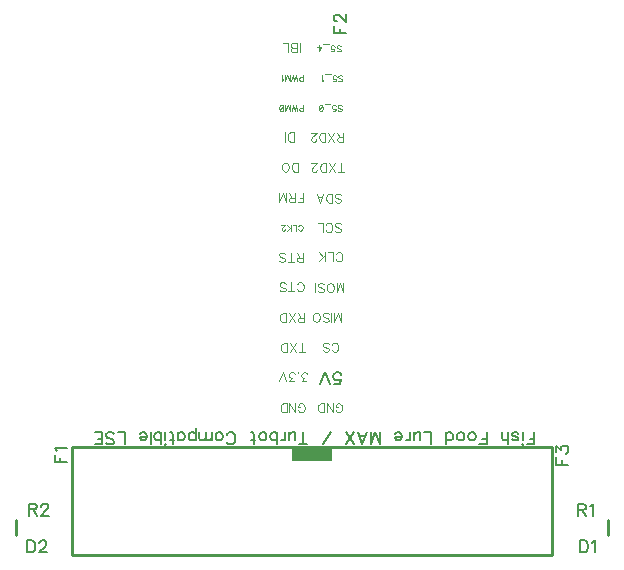
<source format=gbr>
G04 DipTrace 3.0.0.2*
G04 TopSilk.gbr*
%MOIN*%
G04 #@! TF.FileFunction,Legend,Top*
G04 #@! TF.Part,Single*
%ADD10C,0.01*%
%ADD42C,0.006176*%
%ADD43C,0.004632*%
%ADD44C,0.003088*%
%FSLAX26Y26*%
G04*
G70*
G90*
G75*
G01*
G04 TopSilk*
%LPD*%
X2403142Y519259D2*
D10*
Y468117D1*
X431504D2*
Y519259D1*
G36*
X1483586Y715213D2*
X1351616D1*
Y756270D1*
X1483586D1*
Y715213D1*
G37*
X2218229Y402087D2*
D10*
X616654D1*
Y760355D1*
X2218229D1*
Y402087D1*
X2309884Y450593D2*
D42*
Y410401D1*
X2323282D1*
X2329030Y412347D1*
X2332877Y416149D1*
X2334778Y419996D1*
X2336679Y425700D1*
Y435295D1*
X2334778Y441043D1*
X2332877Y444845D1*
X2329030Y448692D1*
X2323282Y450593D1*
X2309884D1*
X2349030Y442900D2*
X2352877Y444845D1*
X2358625Y450549D1*
Y410401D1*
X467421Y450593D2*
Y410401D1*
X480818D1*
X486566Y412347D1*
X490413Y416149D1*
X492314Y419996D1*
X494216Y425700D1*
Y435295D1*
X492314Y441043D1*
X490413Y444845D1*
X486566Y448692D1*
X480818Y450593D1*
X467421D1*
X508512Y440999D2*
Y442900D1*
X510414Y446747D1*
X512315Y448648D1*
X516162Y450549D1*
X523811D1*
X527614Y448648D1*
X529515Y446747D1*
X531460Y442900D1*
Y439097D1*
X529515Y435251D1*
X525712Y429547D1*
X506567Y410401D1*
X533362D1*
X558712Y735857D2*
Y710964D1*
X598904D1*
X577857D2*
Y726262D1*
X566405Y748208D2*
X564460Y752055D1*
X558756Y757803D1*
X598904D1*
X1489945Y2165840D2*
Y2140946D1*
X1530137D1*
X1509090D2*
X1509091Y2156245D1*
X1499540Y2180137D2*
X1497639D1*
X1493792Y2182038D1*
X1491891Y2183939D1*
X1489989Y2187786D1*
Y2195435D1*
X1491891Y2199238D1*
X1493792Y2201139D1*
X1497639Y2203085D1*
X1501441D1*
X1505288Y2201139D1*
X1510992Y2197337D1*
X1530137Y2178191D1*
Y2204986D1*
X2230923Y727257D2*
Y702364D1*
X2271115D1*
X2250068D2*
Y717662D1*
X2230967Y743455D2*
Y764458D1*
X2246266Y753006D1*
Y758754D1*
X2248167Y762556D1*
X2250068Y764458D1*
X2255817Y766403D1*
X2259619D1*
X2265367Y764458D1*
X2269214Y760655D1*
X2271115Y754907D1*
Y749159D1*
X2269214Y743455D1*
X2267268Y741554D1*
X2263466Y739609D1*
X2303714Y552721D2*
X2320914D1*
X2326662Y554666D1*
X2328607Y556568D1*
X2330508Y560370D1*
Y564217D1*
X2328607Y568020D1*
X2326662Y569965D1*
X2320914Y571866D1*
X2303714D1*
Y531674D1*
X2317111Y552721D2*
X2330508Y531674D1*
X2342860Y564173D2*
X2346707Y566118D1*
X2352455Y571822D1*
Y531674D1*
X473460Y553771D2*
X490660D1*
X496408Y555716D1*
X498354Y557618D1*
X500255Y561420D1*
Y565267D1*
X498354Y569069D1*
X496408Y571015D1*
X490660Y572916D1*
X473460D1*
Y532724D1*
X486858Y553771D2*
X500255Y532724D1*
X514552Y563321D2*
Y565223D1*
X516453Y569069D1*
X518354Y570971D1*
X522201Y572872D1*
X529850D1*
X533653Y570971D1*
X535554Y569069D1*
X537500Y565223D1*
Y561420D1*
X535554Y557573D1*
X531752Y551870D1*
X512606Y532724D1*
X539401D1*
X2133436Y770235D2*
X2158330D1*
Y810427D1*
Y789381D2*
X2143031D1*
X2121085Y770235D2*
X2119184Y772136D1*
X2117238Y770235D1*
X2119184Y768290D1*
X2121085Y770235D1*
X2119184Y783633D2*
Y810427D1*
X2083840Y789381D2*
X2085741Y785534D1*
X2091489Y783633D1*
X2097237D1*
X2102985Y785534D1*
X2104887Y789381D1*
X2102985Y793183D1*
X2099139Y795129D1*
X2089588Y797030D1*
X2085741Y798931D1*
X2083840Y802778D1*
Y804679D1*
X2085741Y808482D1*
X2091489Y810427D1*
X2097237D1*
X2102985Y808482D1*
X2104887Y804679D1*
X2071489Y770235D2*
Y810427D1*
Y791282D2*
X2065741Y785534D1*
X2061894Y783633D1*
X2056146D1*
X2052343Y785534D1*
X2050442Y791282D1*
Y810427D1*
X1974316Y770235D2*
X1999210D1*
Y810427D1*
Y789381D2*
X1983911D1*
X1952415Y783633D2*
X1956217Y785534D1*
X1960064Y789381D1*
X1961965Y795129D1*
Y798931D1*
X1960064Y804679D1*
X1956217Y808482D1*
X1952415Y810427D1*
X1946666D1*
X1942820Y808482D1*
X1939017Y804679D1*
X1937072Y798931D1*
Y795129D1*
X1939017Y789381D1*
X1942820Y785534D1*
X1946666Y783633D1*
X1952415D1*
X1915170D2*
X1918972Y785534D1*
X1922819Y789381D1*
X1924720Y795129D1*
Y798931D1*
X1922819Y804679D1*
X1918972Y808482D1*
X1915170Y810427D1*
X1909422D1*
X1905575Y808482D1*
X1901772Y804679D1*
X1899827Y798931D1*
Y795129D1*
X1901772Y789381D1*
X1905575Y785534D1*
X1909422Y783633D1*
X1915170D1*
X1864528Y770235D2*
Y810427D1*
Y789381D2*
X1868330Y785534D1*
X1872177Y783632D1*
X1877925D1*
X1881727Y785534D1*
X1885574Y789381D1*
X1887476Y795129D1*
Y798931D1*
X1885574Y804679D1*
X1881727Y808482D1*
X1877925Y810427D1*
X1872177D1*
X1868330Y808482D1*
X1864528Y804679D1*
X1813295Y770235D2*
Y810427D1*
X1790348D1*
X1777996Y783632D2*
Y802778D1*
X1776095Y808482D1*
X1772248Y810427D1*
X1766500D1*
X1762698Y808482D1*
X1756949Y802778D1*
Y783632D2*
Y810427D1*
X1744598Y783632D2*
Y810427D1*
Y795129D2*
X1742653Y789381D1*
X1738850Y785534D1*
X1735003Y783632D1*
X1729255D1*
X1716904Y795129D2*
X1693956D1*
Y791282D1*
X1695857Y787435D1*
X1697758Y785534D1*
X1701605Y783632D1*
X1707353D1*
X1711156Y785534D1*
X1715003Y789381D1*
X1716904Y795129D1*
Y798931D1*
X1715003Y804679D1*
X1711156Y808482D1*
X1707353Y810427D1*
X1701605D1*
X1697758Y808482D1*
X1693956Y804679D1*
X1612127Y810427D2*
Y770235D1*
X1627425Y810427D1*
X1642724Y770235D1*
Y810427D1*
X1569134D2*
X1584477Y770235D1*
X1599775Y810427D1*
X1594027Y797030D2*
X1574882D1*
X1556782Y770235D2*
X1529988Y810427D1*
Y770235D2*
X1556782Y810427D1*
X1478756D2*
X1451961Y770279D1*
X1387331Y770235D2*
Y810427D1*
X1400729Y770235D2*
X1373934D1*
X1361583Y783632D2*
Y802778D1*
X1359681Y808482D1*
X1355835Y810427D1*
X1350087D1*
X1346284Y808482D1*
X1340536Y802778D1*
Y783632D2*
Y810427D1*
X1328185Y783632D2*
Y810427D1*
Y795129D2*
X1326239Y789381D1*
X1322437Y785534D1*
X1318590Y783632D1*
X1312842D1*
X1300490Y770235D2*
Y810427D1*
Y789381D2*
X1296644Y785534D1*
X1292841Y783632D1*
X1287093D1*
X1283290Y785534D1*
X1279444Y789381D1*
X1277542Y795129D1*
Y798931D1*
X1279444Y804679D1*
X1283290Y808482D1*
X1287093Y810427D1*
X1292841D1*
X1296644Y808482D1*
X1300490Y804679D1*
X1255640Y783632D2*
X1259443Y785534D1*
X1263290Y789381D1*
X1265191Y795129D1*
Y798931D1*
X1263290Y804679D1*
X1259443Y808482D1*
X1255640Y810427D1*
X1249892D1*
X1246046Y808482D1*
X1242243Y804679D1*
X1240298Y798931D1*
Y795129D1*
X1242243Y789381D1*
X1246046Y785534D1*
X1249892Y783632D1*
X1255640D1*
X1222198Y770235D2*
Y802778D1*
X1220297Y808482D1*
X1216450Y810427D1*
X1212648D1*
X1227946Y783632D2*
X1214549D1*
X1132720Y779786D2*
X1134621Y775983D1*
X1138468Y772136D1*
X1142270Y770235D1*
X1149919D1*
X1153766Y772136D1*
X1157569Y775983D1*
X1159514Y779786D1*
X1161415Y785534D1*
Y795129D1*
X1159514Y800832D1*
X1157569Y804679D1*
X1153766Y808482D1*
X1149919Y810427D1*
X1142270D1*
X1138468Y808482D1*
X1134621Y804679D1*
X1132720Y800832D1*
X1110818Y783632D2*
X1114620Y785534D1*
X1118467Y789381D1*
X1120368Y795129D1*
Y798931D1*
X1118467Y804679D1*
X1114620Y808482D1*
X1110818Y810427D1*
X1105070D1*
X1101223Y808482D1*
X1097420Y804679D1*
X1095475Y798931D1*
Y795129D1*
X1097420Y789381D1*
X1101223Y785534D1*
X1105070Y783632D1*
X1110818D1*
X1083123D2*
Y810427D1*
Y791282D2*
X1077375Y785534D1*
X1073529Y783632D1*
X1067825D1*
X1063978Y785534D1*
X1062077Y791282D1*
Y810427D1*
Y791282D2*
X1056329Y785534D1*
X1052482Y783632D1*
X1046778D1*
X1042931Y785534D1*
X1040986Y791282D1*
Y810427D1*
X1028634Y783632D2*
Y823824D1*
Y789381D2*
X1024788Y785578D1*
X1020985Y783632D1*
X1015237D1*
X1011390Y785578D1*
X1007588Y789381D1*
X1005642Y795129D1*
Y798975D1*
X1007588Y804679D1*
X1011390Y808526D1*
X1015237Y810427D1*
X1020985D1*
X1024788Y808526D1*
X1028634Y804679D1*
X970343Y783632D2*
Y810427D1*
Y789381D2*
X974146Y785534D1*
X977992Y783632D1*
X983696D1*
X987543Y785534D1*
X991345Y789381D1*
X993291Y795129D1*
Y798931D1*
X991345Y804679D1*
X987543Y808482D1*
X983696Y810427D1*
X977992D1*
X974146Y808482D1*
X970343Y804679D1*
X952244Y770235D2*
Y802778D1*
X950342Y808482D1*
X946496Y810427D1*
X942693D1*
X957992Y783632D2*
X944594D1*
X930342Y770235D2*
X928440Y772136D1*
X926495Y770235D1*
X928440Y768290D1*
X930342Y770235D1*
X928440Y783632D2*
Y810427D1*
X914143Y770235D2*
Y810427D1*
Y789381D2*
X910297Y785534D1*
X906494Y783632D1*
X900746D1*
X896944Y785534D1*
X893097Y789381D1*
X891196Y795129D1*
Y798931D1*
X893097Y804679D1*
X896944Y808482D1*
X900746Y810427D1*
X906494D1*
X910297Y808482D1*
X914143Y804679D1*
X878844Y770235D2*
Y810427D1*
X866493Y795129D2*
X843545D1*
Y791282D1*
X845446Y787435D1*
X847347Y785534D1*
X851194Y783632D1*
X856942D1*
X860745Y785534D1*
X864591Y789381D1*
X866493Y795129D1*
Y798931D1*
X864591Y804679D1*
X860745Y808482D1*
X856942Y810427D1*
X851194D1*
X847347Y808482D1*
X843545Y804679D1*
X792313Y770235D2*
Y810427D1*
X769365D1*
X730219Y775983D2*
X734021Y772136D1*
X739769Y770235D1*
X747419D1*
X753167Y772136D1*
X757013Y775983D1*
Y779786D1*
X755068Y783632D1*
X753167Y785534D1*
X749364Y787435D1*
X737868Y791282D1*
X734021Y793183D1*
X732120Y795129D1*
X730219Y798931D1*
Y804679D1*
X734021Y808482D1*
X739769Y810427D1*
X747419D1*
X753167Y808482D1*
X757013Y804679D1*
X693018Y770235D2*
X717867D1*
Y810427D1*
X693018D1*
X717867Y789381D2*
X702569D1*
X1483102Y1086486D2*
D43*
X1484528Y1083634D1*
X1487413Y1080749D1*
X1490265Y1079323D1*
X1496002D1*
X1498887Y1080749D1*
X1501739Y1083634D1*
X1503198Y1086486D1*
X1504624Y1090797D1*
Y1097993D1*
X1503198Y1102271D1*
X1501739Y1105156D1*
X1498887Y1108008D1*
X1496002Y1109467D1*
X1490265D1*
X1487413Y1108008D1*
X1484528Y1105156D1*
X1483102Y1102271D1*
X1453743Y1083634D2*
X1456595Y1080749D1*
X1460906Y1079323D1*
X1466643D1*
X1470954Y1080749D1*
X1473839Y1083634D1*
Y1086486D1*
X1472380Y1089371D1*
X1470954Y1090797D1*
X1468102Y1092223D1*
X1459480Y1095108D1*
X1456595Y1096534D1*
X1455169Y1097993D1*
X1453743Y1100845D1*
Y1105156D1*
X1456595Y1108008D1*
X1460906Y1109467D1*
X1466643D1*
X1470954Y1108008D1*
X1473839Y1105156D1*
X1491119Y1208932D2*
Y1178788D1*
X1502593Y1208932D1*
X1514067Y1178788D1*
Y1208932D1*
X1481856Y1178788D2*
Y1208932D1*
X1452496Y1183099D2*
X1455348Y1180214D1*
X1459659Y1178788D1*
X1465396D1*
X1469707Y1180214D1*
X1472592Y1183099D1*
Y1185951D1*
X1471133Y1188836D1*
X1469707Y1190262D1*
X1466855Y1191688D1*
X1458233Y1194573D1*
X1455348Y1195999D1*
X1453922Y1197458D1*
X1452496Y1200310D1*
Y1204621D1*
X1455348Y1207473D1*
X1459659Y1208932D1*
X1465396D1*
X1469707Y1207473D1*
X1472592Y1204621D1*
X1434611Y1178788D2*
X1437496Y1180214D1*
X1440348Y1183099D1*
X1441807Y1185951D1*
X1443233Y1190262D1*
Y1197458D1*
X1441807Y1201736D1*
X1440348Y1204621D1*
X1437496Y1207473D1*
X1434611Y1208932D1*
X1428874D1*
X1426022Y1207473D1*
X1423137Y1204621D1*
X1421711Y1201736D1*
X1420285Y1197458D1*
Y1190262D1*
X1421711Y1185951D1*
X1423137Y1183099D1*
X1426022Y1180214D1*
X1428874Y1178788D1*
X1434611D1*
X1498947Y1308146D2*
Y1278002D1*
X1510421Y1308146D1*
X1521895Y1278002D1*
Y1308146D1*
X1481061Y1278002D2*
X1483946Y1279428D1*
X1486798Y1282313D1*
X1488257Y1285165D1*
X1489683Y1289476D1*
Y1296672D1*
X1488257Y1300950D1*
X1486798Y1303835D1*
X1483946Y1306687D1*
X1481061Y1308146D1*
X1475324D1*
X1472472Y1306687D1*
X1469587Y1303835D1*
X1468161Y1300950D1*
X1466735Y1296672D1*
Y1289476D1*
X1468161Y1285165D1*
X1469587Y1282313D1*
X1472472Y1279428D1*
X1475324Y1278002D1*
X1481061D1*
X1437376Y1282313D2*
X1440228Y1279428D1*
X1444539Y1278002D1*
X1450276D1*
X1454587Y1279428D1*
X1457472Y1282313D1*
Y1285165D1*
X1456013Y1288050D1*
X1454587Y1289476D1*
X1451735Y1290902D1*
X1443113Y1293787D1*
X1440228Y1295213D1*
X1438802Y1296672D1*
X1437376Y1299524D1*
Y1303835D1*
X1440228Y1306687D1*
X1444539Y1308146D1*
X1450276D1*
X1454587Y1306687D1*
X1457472Y1303835D1*
X1428112Y1278002D2*
Y1308146D1*
X1496998Y1388030D2*
X1498424Y1385178D1*
X1501309Y1382293D1*
X1504161Y1380867D1*
X1509898D1*
X1512783Y1382293D1*
X1515635Y1385178D1*
X1517094Y1388029D1*
X1518520Y1392340D1*
Y1399537D1*
X1517094Y1403814D1*
X1515635Y1406700D1*
X1512783Y1409551D1*
X1509898Y1411011D1*
X1504161D1*
X1501309Y1409551D1*
X1498424Y1406700D1*
X1496998Y1403815D1*
X1487734Y1380867D2*
Y1411011D1*
X1470523D1*
X1461260Y1380867D2*
Y1411011D1*
X1441164Y1380867D2*
X1461260Y1400963D1*
X1454097Y1393766D2*
X1441164Y1411011D1*
X1493864Y1482628D2*
X1496716Y1479743D1*
X1501027Y1478317D1*
X1506763D1*
X1511075Y1479743D1*
X1513960Y1482628D1*
Y1485480D1*
X1512500Y1488365D1*
X1511075Y1489791D1*
X1508223Y1491217D1*
X1499601Y1494102D1*
X1496716Y1495528D1*
X1495290Y1496988D1*
X1493864Y1499839D1*
Y1504150D1*
X1496716Y1507002D1*
X1501027Y1508461D1*
X1506764D1*
X1511075Y1507002D1*
X1513960Y1504150D1*
X1463078Y1485480D2*
X1464504Y1482628D1*
X1467389Y1479743D1*
X1470241Y1478317D1*
X1475978D1*
X1478863Y1479743D1*
X1481715Y1482628D1*
X1483174Y1485480D1*
X1484600Y1489791D1*
Y1496988D1*
X1483174Y1501265D1*
X1481715Y1504150D1*
X1478863Y1507002D1*
X1475978Y1508461D1*
X1470241D1*
X1467389Y1507002D1*
X1464504Y1504150D1*
X1463078Y1501265D1*
X1453815Y1478317D2*
Y1508461D1*
X1436604D1*
X1493576Y1580457D2*
X1496428Y1577572D1*
X1500739Y1576146D1*
X1506476D1*
X1510787Y1577572D1*
X1513672Y1580457D1*
Y1583309D1*
X1512213Y1586194D1*
X1510787Y1587620D1*
X1507935Y1589046D1*
X1499313Y1591931D1*
X1496428Y1593357D1*
X1495002Y1594816D1*
X1493576Y1597668D1*
Y1601979D1*
X1496428Y1604831D1*
X1500739Y1606290D1*
X1506476D1*
X1510787Y1604831D1*
X1513672Y1601979D1*
X1484313Y1576146D2*
Y1606290D1*
X1474265D1*
X1469954Y1604831D1*
X1467069Y1601979D1*
X1465643Y1599094D1*
X1464217Y1594816D1*
Y1587620D1*
X1465643Y1583309D1*
X1467069Y1580457D1*
X1469954Y1577572D1*
X1474265Y1576146D1*
X1484313D1*
X1431972Y1606290D2*
X1443479Y1576146D1*
X1454953Y1606290D1*
X1450642Y1596242D2*
X1436283D1*
X1512673Y1677878D2*
Y1708022D1*
X1522721Y1677878D2*
X1502625D1*
X1493361D2*
X1473265Y1708022D1*
Y1677878D2*
X1493361Y1708022D1*
X1464002Y1677878D2*
Y1708022D1*
X1453954D1*
X1449643Y1706563D1*
X1446757Y1703711D1*
X1445331Y1700826D1*
X1443906Y1696548D1*
Y1689352D1*
X1445331Y1685041D1*
X1446757Y1682189D1*
X1449642Y1679304D1*
X1453954Y1677878D1*
X1464002D1*
X1433183Y1685074D2*
Y1683648D1*
X1431757Y1680763D1*
X1430331Y1679337D1*
X1427446Y1677911D1*
X1421709D1*
X1418857Y1679337D1*
X1417431Y1680763D1*
X1415972Y1683648D1*
Y1686500D1*
X1417431Y1689385D1*
X1420283Y1693663D1*
X1434642Y1708022D1*
X1414546D1*
X1520638Y1794220D2*
X1507738D1*
X1503427Y1792761D1*
X1501968Y1791335D1*
X1500542Y1788483D1*
Y1785598D1*
X1501968Y1782746D1*
X1503427Y1781287D1*
X1507738Y1779861D1*
X1520638D1*
Y1810005D1*
X1510590Y1794220D2*
X1500542Y1810005D1*
X1491278Y1779861D2*
X1471183Y1810005D1*
Y1779861D2*
X1491279Y1810005D1*
X1461919Y1779861D2*
Y1810005D1*
X1451871D1*
X1447560Y1808546D1*
X1444675Y1805694D1*
X1443249Y1802809D1*
X1441823Y1798531D1*
Y1791335D1*
X1443249Y1787024D1*
X1444675Y1784172D1*
X1447560Y1781287D1*
X1451871Y1779861D1*
X1461919D1*
X1431100Y1787057D2*
Y1785631D1*
X1429674Y1782746D1*
X1428248Y1781320D1*
X1425363Y1779894D1*
X1419626D1*
X1416774Y1781320D1*
X1415349Y1782746D1*
X1413889Y1785631D1*
Y1788483D1*
X1415349Y1791368D1*
X1418200Y1795646D1*
X1432559Y1810005D1*
X1412463D1*
X1502950Y1884223D2*
D44*
X1504851Y1882299D1*
X1507725Y1881349D1*
X1511550D1*
X1514424Y1882299D1*
X1516347Y1884223D1*
Y1886124D1*
X1515375Y1888047D1*
X1514424Y1888998D1*
X1512523Y1889949D1*
X1506775Y1891872D1*
X1504851Y1892823D1*
X1503901Y1893795D1*
X1502950Y1895697D1*
Y1898571D1*
X1504851Y1900472D1*
X1507725Y1901445D1*
X1511550D1*
X1514424Y1900472D1*
X1516347Y1898571D1*
X1485300Y1881371D2*
X1494851D1*
X1495802Y1889971D1*
X1494851Y1889020D1*
X1491977Y1888047D1*
X1489125D1*
X1486251Y1889020D1*
X1484328Y1890921D1*
X1483377Y1893795D1*
Y1895697D1*
X1484328Y1898571D1*
X1486251Y1900494D1*
X1489125Y1901445D1*
X1491977D1*
X1494851Y1900494D1*
X1495802Y1899521D1*
X1496774Y1897620D1*
X1477201Y1904761D2*
X1459029D1*
X1447105Y1881371D2*
X1449979Y1882321D1*
X1451902Y1885195D1*
X1452853Y1889971D1*
Y1892845D1*
X1451902Y1897620D1*
X1449979Y1900494D1*
X1447105Y1901445D1*
X1445204D1*
X1442330Y1900494D1*
X1440428Y1897620D1*
X1439456Y1892845D1*
Y1889971D1*
X1440428Y1885195D1*
X1442330Y1882321D1*
X1445204Y1881371D1*
X1447105D1*
X1440428Y1885195D2*
X1451902Y1897620D1*
X1505104Y1983059D2*
X1507006Y1981135D1*
X1509880Y1980185D1*
X1513704Y1980184D1*
X1516578Y1981135D1*
X1518502Y1983058D1*
Y1984960D1*
X1517529Y1986883D1*
X1516578Y1987834D1*
X1514677Y1988784D1*
X1508929Y1990708D1*
X1507006Y1991658D1*
X1506055Y1992631D1*
X1505104Y1994533D1*
Y1997407D1*
X1507006Y1999308D1*
X1509880Y2000281D1*
X1513704D1*
X1516578Y1999308D1*
X1518502Y1997406D1*
X1487455Y1980207D2*
X1497005D1*
X1497956Y1988807D1*
X1497005Y1987856D1*
X1494131Y1986883D1*
X1491279D1*
X1488405Y1987856D1*
X1486482Y1989757D1*
X1485531Y1992631D1*
Y1994532D1*
X1486482Y1997407D1*
X1488405Y1999330D1*
X1491279Y2000281D1*
X1494131D1*
X1497005Y1999330D1*
X1497956Y1998357D1*
X1498929Y1996456D1*
X1479356Y2003597D2*
X1461183D1*
X1455007Y1984031D2*
X1453084Y1983059D1*
X1450210Y1980207D1*
Y2000280D1*
X1498605Y2083153D2*
X1500507Y2081230D1*
X1503381Y2080279D1*
X1507205D1*
X1510079Y2081230D1*
X1512003Y2083153D1*
Y2085055D1*
X1511030Y2086978D1*
X1510079Y2087929D1*
X1508178Y2088879D1*
X1502430Y2090803D1*
X1500507Y2091753D1*
X1499556Y2092726D1*
X1498605Y2094627D1*
Y2097501D1*
X1500507Y2099403D1*
X1503381Y2100375D1*
X1507205D1*
X1510079Y2099403D1*
X1512003Y2097501D1*
X1480956Y2080302D2*
X1490506D1*
X1491457Y2088901D1*
X1490506Y2087951D1*
X1487632Y2086978D1*
X1484780D1*
X1481906Y2087951D1*
X1479983Y2089852D1*
X1479032Y2092726D1*
Y2094627D1*
X1479983Y2097501D1*
X1481906Y2099425D1*
X1484781Y2100375D1*
X1487632D1*
X1490506Y2099425D1*
X1491457Y2098452D1*
X1492430Y2096551D1*
X1472857Y2103692D2*
X1454684D1*
X1438936Y2100375D2*
Y2080302D1*
X1448508Y2093677D1*
X1434160D1*
X1382479Y1078064D2*
D43*
Y1108208D1*
X1392527Y1078064D2*
X1372431D1*
X1363168D2*
X1343072Y1108208D1*
Y1078064D2*
X1363168Y1108208D1*
X1333808Y1078064D2*
Y1108208D1*
X1323760D1*
X1319449Y1106749D1*
X1316564Y1103897D1*
X1315138Y1101012D1*
X1313712Y1096734D1*
Y1089538D1*
X1315138Y1085227D1*
X1316564Y1082375D1*
X1319449Y1079490D1*
X1323760Y1078064D1*
X1333808D1*
X1389224Y1192266D2*
X1376324D1*
X1372013Y1190807D1*
X1370554Y1189381D1*
X1369128Y1186529D1*
Y1183644D1*
X1370554Y1180792D1*
X1372013Y1179333D1*
X1376324Y1177907D1*
X1389224D1*
Y1208051D1*
X1379176Y1192266D2*
X1369128Y1208051D1*
X1359864Y1177907D2*
X1339768Y1208051D1*
Y1177907D2*
X1359864Y1208051D1*
X1330505Y1177907D2*
Y1208051D1*
X1320457D1*
X1316146Y1206592D1*
X1313261Y1203740D1*
X1311835Y1200855D1*
X1310409Y1196577D1*
Y1189381D1*
X1311835Y1185070D1*
X1313261Y1182218D1*
X1316146Y1179333D1*
X1320457Y1177907D1*
X1330505D1*
X1367379Y1287683D2*
X1368805Y1284831D1*
X1371690Y1281946D1*
X1374542Y1280520D1*
X1380279D1*
X1383164Y1281946D1*
X1386016Y1284831D1*
X1387475Y1287683D1*
X1388901Y1291994D1*
Y1299190D1*
X1387475Y1303468D1*
X1386016Y1306353D1*
X1383164Y1309205D1*
X1380279Y1310664D1*
X1374542D1*
X1371690Y1309205D1*
X1368805Y1306353D1*
X1367379Y1303468D1*
X1348067Y1280520D2*
Y1310664D1*
X1358115Y1280520D2*
X1338019D1*
X1308660Y1284831D2*
X1311512Y1281946D1*
X1315823Y1280520D1*
X1321560D1*
X1325871Y1281946D1*
X1328756Y1284831D1*
Y1287683D1*
X1327297Y1290568D1*
X1325871Y1291994D1*
X1323019Y1293420D1*
X1314397Y1296305D1*
X1311512Y1297731D1*
X1310086Y1299190D1*
X1308660Y1302042D1*
Y1306353D1*
X1311512Y1309205D1*
X1315823Y1310664D1*
X1321560D1*
X1325871Y1309205D1*
X1328756Y1306353D1*
X1386028Y1393337D2*
X1373128D1*
X1368817Y1391878D1*
X1367358Y1390452D1*
X1365932Y1387600D1*
Y1384715D1*
X1367358Y1381863D1*
X1368817Y1380404D1*
X1373128Y1378978D1*
X1386028D1*
Y1409122D1*
X1375980Y1393337D2*
X1365932Y1409122D1*
X1346621Y1378978D2*
Y1409122D1*
X1356669Y1378978D2*
X1336573D1*
X1307213Y1383289D2*
X1310065Y1380404D1*
X1314376Y1378978D1*
X1320113D1*
X1324424Y1380404D1*
X1327309Y1383289D1*
Y1386141D1*
X1325850Y1389026D1*
X1324424Y1390452D1*
X1321572Y1391878D1*
X1312950Y1394763D1*
X1310065Y1396189D1*
X1308639Y1397648D1*
X1307213Y1400500D1*
Y1404811D1*
X1310065Y1407663D1*
X1314376Y1409122D1*
X1320113D1*
X1324424Y1407663D1*
X1327309Y1404811D1*
X1371375Y1487507D2*
D44*
X1372326Y1485606D1*
X1374249Y1483682D1*
X1376150Y1482732D1*
X1379975D1*
X1381898Y1483682D1*
X1383800Y1485606D1*
X1384772Y1487507D1*
X1385723Y1490381D1*
Y1495178D1*
X1384772Y1498030D1*
X1383800Y1499954D1*
X1381898Y1501855D1*
X1379975Y1502828D1*
X1376150D1*
X1374249Y1501855D1*
X1372326Y1499954D1*
X1371375Y1498030D1*
X1365199Y1482732D2*
Y1502828D1*
X1353726D1*
X1347550Y1482732D2*
Y1502828D1*
X1334152Y1482732D2*
X1347550Y1496129D1*
X1342775Y1491332D2*
X1334153Y1502828D1*
X1327004Y1487529D2*
Y1486579D1*
X1326053Y1484655D1*
X1325103Y1483705D1*
X1323179Y1482754D1*
X1319355D1*
X1317453Y1483705D1*
X1316503Y1484655D1*
X1315530Y1486579D1*
Y1488480D1*
X1316503Y1490403D1*
X1318404Y1493255D1*
X1327977Y1502828D1*
X1314579D1*
X1369261Y1578035D2*
D43*
X1387931D1*
Y1608179D1*
Y1592394D2*
X1376457D1*
X1359998D2*
X1347098D1*
X1342787Y1590935D1*
X1341328Y1589509D1*
X1339902Y1586657D1*
Y1583772D1*
X1341328Y1580920D1*
X1342787Y1579461D1*
X1347098Y1578035D1*
X1359998D1*
Y1608179D1*
X1349950Y1592394D2*
X1339902Y1608179D1*
X1307690D2*
Y1578035D1*
X1319164Y1608179D1*
X1330638Y1578035D1*
Y1608179D1*
X1369224Y1679640D2*
Y1709784D1*
X1359177D1*
X1354866Y1708325D1*
X1351980Y1705473D1*
X1350554Y1702588D1*
X1349129Y1698310D1*
X1349128Y1691114D1*
X1350554Y1686803D1*
X1351980Y1683951D1*
X1354865Y1681066D1*
X1359176Y1679640D1*
X1369224D1*
X1331243D2*
X1334128Y1681066D1*
X1336980Y1683951D1*
X1338439Y1686803D1*
X1339865Y1691114D1*
Y1698310D1*
X1338439Y1702588D1*
X1336980Y1705473D1*
X1334128Y1708325D1*
X1331243Y1709784D1*
X1325506D1*
X1322654Y1708325D1*
X1319769Y1705473D1*
X1318343Y1702588D1*
X1316917Y1698310D1*
Y1691114D1*
X1318343Y1686803D1*
X1319769Y1683951D1*
X1322654Y1681066D1*
X1325506Y1679640D1*
X1331243D1*
X1355616Y1779987D2*
Y1810131D1*
X1345568D1*
X1341257Y1808672D1*
X1338372Y1805820D1*
X1336946Y1802935D1*
X1335520Y1798657D1*
Y1791461D1*
X1336946Y1787150D1*
X1338372Y1784298D1*
X1341257Y1781413D1*
X1345568Y1779987D1*
X1355616D1*
X1326257D2*
Y1810131D1*
X1387052Y1993478D2*
D44*
X1378430D1*
X1375578Y1992527D1*
X1374605Y1991554D1*
X1373654Y1989653D1*
Y1986779D1*
X1374605Y1984878D1*
X1375578Y1983905D1*
X1378430Y1982954D1*
X1387052D1*
Y2003050D1*
X1367479Y1982954D2*
X1362681Y2003050D1*
X1357906Y1982954D1*
X1353131Y2003050D1*
X1348333Y1982954D1*
X1326859Y2003050D2*
Y1982954D1*
X1334508Y2003050D1*
X1342158Y1982954D1*
Y2003050D1*
X1320683Y1986801D2*
X1318760Y1985828D1*
X1315886Y1982977D1*
Y2003050D1*
X1387877Y1892879D2*
X1379255D1*
X1376403Y1891929D1*
X1375431Y1890956D1*
X1374480Y1889055D1*
Y1886181D1*
X1375431Y1884279D1*
X1376403Y1883307D1*
X1379255Y1882356D1*
X1387877D1*
Y1902452D1*
X1368304Y1882356D2*
X1363507Y1902452D1*
X1358732Y1882356D1*
X1353956Y1902452D1*
X1349159Y1882356D1*
X1327685Y1902452D2*
Y1882356D1*
X1335334Y1902452D1*
X1342983Y1882356D1*
Y1902452D1*
X1315761Y1882378D2*
X1318635Y1883329D1*
X1320558Y1886203D1*
X1321509Y1890978D1*
Y1893852D1*
X1320558Y1898627D1*
X1318635Y1901501D1*
X1315761Y1902452D1*
X1313860D1*
X1310986Y1901501D1*
X1309084Y1898627D1*
X1308112Y1893852D1*
Y1890978D1*
X1309084Y1886203D1*
X1310986Y1883329D1*
X1313860Y1882378D1*
X1315761D1*
X1309084Y1886203D2*
X1320558Y1898627D1*
X1375436Y2078257D2*
D43*
Y2108401D1*
X1366173Y2078257D2*
Y2108401D1*
X1353240D1*
X1348929Y2106942D1*
X1347503Y2105516D1*
X1346077Y2102664D1*
Y2098353D1*
X1347503Y2095468D1*
X1348929Y2094042D1*
X1353240Y2092616D1*
X1348929Y2091157D1*
X1347503Y2089731D1*
X1346077Y2086879D1*
Y2083994D1*
X1347503Y2081142D1*
X1348929Y2079683D1*
X1353240Y2078257D1*
X1366173D1*
Y2092616D2*
X1353240D1*
X1336813Y2078257D2*
Y2108401D1*
X1319602D1*
X1495310Y884659D2*
X1496736Y881807D1*
X1499621Y878922D1*
X1502473Y877496D1*
X1508210D1*
X1511095Y878922D1*
X1513947Y881807D1*
X1515406Y884659D1*
X1516832Y888970D1*
Y896166D1*
X1515406Y900444D1*
X1513947Y903329D1*
X1511095Y906181D1*
X1508210Y907640D1*
X1502473D1*
X1499621Y906181D1*
X1496736Y903329D1*
X1495310Y900444D1*
Y896166D1*
X1502473D1*
X1465951Y877496D2*
Y907640D1*
X1486047Y877496D1*
Y907640D1*
X1456687Y877496D2*
Y907640D1*
X1446639D1*
X1442328Y906181D1*
X1439443Y903329D1*
X1438017Y900444D1*
X1436591Y896166D1*
Y888970D1*
X1438017Y884659D1*
X1439443Y881807D1*
X1442328Y878922D1*
X1446639Y877496D1*
X1456687D1*
X1370897Y884156D2*
X1372323Y881304D1*
X1375209Y878419D1*
X1378060Y876993D1*
X1383797D1*
X1386682Y878419D1*
X1389534Y881304D1*
X1390993Y884156D1*
X1392419Y888467D1*
Y895663D1*
X1390993Y899941D1*
X1389534Y902826D1*
X1386682Y905678D1*
X1383797Y907137D1*
X1378060D1*
X1375209Y905678D1*
X1372323Y902826D1*
X1370898Y899941D1*
Y895663D1*
X1378060D1*
X1341538Y876993D2*
Y907137D1*
X1361634Y876993D1*
Y907137D1*
X1332274Y876993D2*
Y907137D1*
X1322226D1*
X1317915Y905678D1*
X1315030Y902826D1*
X1313604Y899941D1*
X1312178Y895663D1*
Y888467D1*
X1313604Y884156D1*
X1315030Y881304D1*
X1317915Y878419D1*
X1322226Y876993D1*
X1332274D1*
X1491568Y970703D2*
D42*
X1510669D1*
X1512571Y987903D1*
X1510669Y986001D1*
X1504921Y984056D1*
X1499218D1*
X1493470Y986002D1*
X1489623Y989804D1*
X1487722Y995552D1*
Y999355D1*
X1489623Y1005103D1*
X1493470Y1008949D1*
X1499218Y1010851D1*
X1504921D1*
X1510669Y1008949D1*
X1512571Y1007004D1*
X1514516Y1003201D1*
X1475370Y970659D2*
X1460072Y1010851D1*
X1444773Y970659D1*
X1398367Y980898D2*
D43*
X1382615D1*
X1391204Y992372D1*
X1386893D1*
X1384041Y993798D1*
X1382615Y995224D1*
X1381156Y999535D1*
Y1002387D1*
X1382615Y1006698D1*
X1385467Y1009583D1*
X1389778Y1011009D1*
X1394089D1*
X1398367Y1009583D1*
X1399793Y1008124D1*
X1401252Y1005272D1*
X1370467Y1008124D2*
X1371893Y1009583D1*
X1370467Y1011009D1*
X1369008Y1009583D1*
X1370467Y1008124D1*
X1356859Y980898D2*
X1341107D1*
X1349696Y992372D1*
X1345385D1*
X1342533Y993798D1*
X1341107Y995224D1*
X1339648Y999535D1*
Y1002387D1*
X1341107Y1006698D1*
X1343959Y1009583D1*
X1348270Y1011009D1*
X1352581D1*
X1356859Y1009583D1*
X1358285Y1008124D1*
X1359744Y1005272D1*
X1330385Y980865D2*
X1318911Y1011009D1*
X1307437Y980865D1*
M02*

</source>
